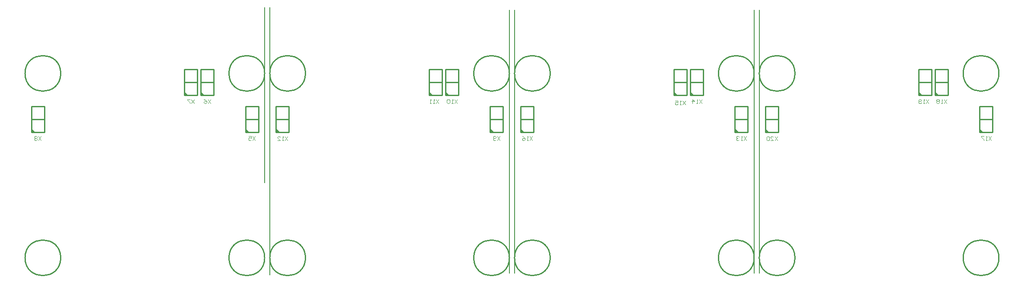
<source format=gbo>
G04*
G04 #@! TF.GenerationSoftware,Altium Limited,Altium Designer,21.6.4 (81)*
G04*
G04 Layer_Color=32896*
%FSLAX44Y44*%
%MOMM*%
G71*
G04*
G04 #@! TF.SameCoordinates,43C67DF6-979F-4C5B-9B03-454D23029C34*
G04*
G04*
G04 #@! TF.FilePolarity,Positive*
G04*
G01*
G75*
%ADD11C,0.2000*%
%ADD12C,0.2540*%
%ADD14C,0.1000*%
G36*
X20000Y-248100D02*
X12300Y-240400D01*
Y-248100D01*
X20000D01*
D02*
G37*
G36*
X320000Y-175600D02*
X312300Y-167900D01*
Y-175600D01*
X320000D01*
D02*
G37*
G36*
X352500Y-175600D02*
X344800Y-167900D01*
Y-175600D01*
X352500D01*
D02*
G37*
G36*
X440000Y-248100D02*
X432300Y-240400D01*
Y-248100D01*
X440000D01*
D02*
G37*
G36*
X500000D02*
X492300Y-240400D01*
Y-248100D01*
X500000D01*
D02*
G37*
G36*
X800000Y-175600D02*
X792300Y-167900D01*
Y-175600D01*
X800000D01*
D02*
G37*
G36*
X832500D02*
X824800Y-167900D01*
Y-175600D01*
X832500D01*
D02*
G37*
G36*
X920000Y-248100D02*
X912300Y-240400D01*
Y-248100D01*
X920000D01*
D02*
G37*
G36*
X980000D02*
X972300Y-240400D01*
Y-248100D01*
X980000D01*
D02*
G37*
G36*
X1280000Y-175600D02*
X1272300Y-167900D01*
Y-175600D01*
X1280000D01*
D02*
G37*
G36*
X1312500D02*
X1304800Y-167900D01*
Y-175600D01*
X1312500D01*
D02*
G37*
G36*
X1400000Y-248100D02*
X1392300Y-240400D01*
Y-248100D01*
X1400000D01*
D02*
G37*
G36*
X1460000Y-248100D02*
X1452300Y-240400D01*
Y-248100D01*
X1460000D01*
D02*
G37*
G36*
X1760000Y-175600D02*
X1752300Y-167900D01*
Y-175600D01*
X1760000D01*
D02*
G37*
G36*
X1792500D02*
X1784800Y-167900D01*
Y-175600D01*
X1792500D01*
D02*
G37*
G36*
X1880000Y-248100D02*
X1872300Y-240400D01*
Y-248100D01*
X1880000D01*
D02*
G37*
D11*
X470000Y-2286D02*
X470000Y-347500D01*
X1440000Y-7500D02*
X1440000Y-525000D01*
X1430000Y-7500D02*
X1430000Y-525000D01*
X960000Y-7500D02*
X960000Y-525000D01*
X950000Y-7500D02*
X950000Y-525000D01*
X480000Y-2286D02*
X480000Y-528066D01*
D12*
X70000Y-495000D02*
G03*
X70000Y-495000I-35000J0D01*
G01*
X70000Y-132500D02*
G03*
X70000Y-132500I-35000J0D01*
G01*
X470000Y-495000D02*
G03*
X470000Y-495000I-35000J0D01*
G01*
X470000Y-132500D02*
G03*
X470000Y-132500I-35000J0D01*
G01*
X550000Y-495000D02*
G03*
X550000Y-495000I-35000J0D01*
G01*
Y-132500D02*
G03*
X550000Y-132500I-35000J0D01*
G01*
X950000Y-495000D02*
G03*
X950000Y-495000I-35000J0D01*
G01*
Y-132500D02*
G03*
X950000Y-132500I-35000J0D01*
G01*
X1030000Y-495000D02*
G03*
X1030000Y-495000I-35000J0D01*
G01*
Y-132500D02*
G03*
X1030000Y-132500I-35000J0D01*
G01*
X1430000Y-495000D02*
G03*
X1430000Y-495000I-35000J0D01*
G01*
Y-132500D02*
G03*
X1430000Y-132500I-35000J0D01*
G01*
X1510000Y-495000D02*
G03*
X1510000Y-495000I-35000J0D01*
G01*
Y-132500D02*
G03*
X1510000Y-132500I-35000J0D01*
G01*
X1910000Y-495000D02*
G03*
X1910000Y-495000I-35000J0D01*
G01*
X1910000Y-132500D02*
G03*
X1910000Y-132500I-35000J0D01*
G01*
X1452300Y-248100D02*
X1477700D01*
X1452300D02*
Y-197300D01*
X1477700Y-248100D02*
Y-197300D01*
X1452500Y-222700D02*
X1477500D01*
X1452500Y-197300D02*
X1477500D01*
X1752300Y-175600D02*
X1777700D01*
X1752300D02*
Y-124800D01*
X1777700Y-175600D02*
Y-124800D01*
X1752500Y-150200D02*
X1777500D01*
X1752500Y-124800D02*
X1777500D01*
X1784800Y-175600D02*
X1810200D01*
X1784800D02*
Y-124800D01*
X1810200Y-175600D02*
Y-124800D01*
X1785000Y-150200D02*
X1810000D01*
X1785000Y-124800D02*
X1810000D01*
X1872300Y-248100D02*
X1897700D01*
X1872300D02*
Y-197300D01*
X1897700Y-248100D02*
Y-197300D01*
X1872500Y-222700D02*
X1897500D01*
X1872500Y-197300D02*
X1897500D01*
X972300Y-248100D02*
X997700D01*
X972300D02*
Y-197300D01*
X997700Y-248100D02*
Y-197300D01*
X972500Y-222700D02*
X997500D01*
X972500Y-197300D02*
X997500D01*
X1272300Y-175600D02*
X1297700D01*
X1272300D02*
Y-124800D01*
X1297700Y-175600D02*
Y-124800D01*
X1272500Y-150200D02*
X1297500D01*
X1272500Y-124800D02*
X1297500D01*
X1304800Y-175600D02*
X1330200D01*
X1304800D02*
Y-124800D01*
X1330200Y-175600D02*
Y-124800D01*
X1305000Y-150200D02*
X1330000D01*
X1305000Y-124800D02*
X1330000D01*
X1392300Y-248100D02*
X1417700D01*
X1392300D02*
Y-197300D01*
X1417700Y-248100D02*
Y-197300D01*
X1392500Y-222700D02*
X1417500D01*
X1392500Y-197300D02*
X1417500D01*
X492300Y-248100D02*
X517700D01*
X492300D02*
Y-197300D01*
X517700Y-248100D02*
Y-197300D01*
X492500Y-222700D02*
X517500D01*
X492500Y-197300D02*
X517500D01*
X792300Y-175600D02*
X817700D01*
X792300D02*
Y-124800D01*
X817700Y-175600D02*
Y-124800D01*
X792500Y-150200D02*
X817500D01*
X792500Y-124800D02*
X817500D01*
X824800Y-175600D02*
X850200D01*
X824800D02*
Y-124800D01*
X850200Y-175600D02*
Y-124800D01*
X825000Y-150200D02*
X850000D01*
X825000Y-124800D02*
X850000D01*
X912300Y-248100D02*
X937700D01*
X912300D02*
Y-197300D01*
X937700Y-248100D02*
Y-197300D01*
X912500Y-222700D02*
X937500D01*
X912500Y-197300D02*
X937500D01*
X312300Y-175600D02*
X337700D01*
X312300D02*
Y-124800D01*
X337700Y-175600D02*
Y-124800D01*
X312500Y-150200D02*
X337500D01*
X312500Y-124800D02*
X337500D01*
X344800Y-175600D02*
X370200D01*
X344800D02*
Y-124800D01*
X370200Y-175600D02*
Y-124800D01*
X345000Y-150200D02*
X370000D01*
X345000Y-124800D02*
X370000D01*
X432300Y-248100D02*
X457700D01*
X432300D02*
Y-197300D01*
X457700Y-248100D02*
Y-197300D01*
X432500Y-222700D02*
X457500D01*
X432500Y-197300D02*
X457500D01*
X12300Y-248100D02*
X37700D01*
X12300D02*
Y-197300D01*
X37700Y-248100D02*
Y-197300D01*
X12500Y-222700D02*
X37500D01*
X12500Y-197300D02*
X37500D01*
D14*
X514997Y-256401D02*
X509665Y-264399D01*
Y-256401D02*
X514997Y-264399D01*
X506999D02*
X504334D01*
X505667D01*
Y-256401D01*
X506999Y-257734D01*
X495003Y-264399D02*
X500335D01*
X495003Y-259067D01*
Y-257734D01*
X496336Y-256401D01*
X499002D01*
X500335Y-257734D01*
X811164Y-183501D02*
X805832Y-191499D01*
Y-183501D02*
X811164Y-191499D01*
X803166D02*
X800501D01*
X801833D01*
Y-183501D01*
X803166Y-184834D01*
X796502Y-191499D02*
X793836D01*
X795169D01*
Y-183501D01*
X796502Y-184834D01*
X847497Y-183501D02*
X842165Y-191499D01*
Y-183501D02*
X847497Y-191499D01*
X839499D02*
X836834D01*
X838166D01*
Y-183501D01*
X839499Y-184834D01*
X832835D02*
X831502Y-183501D01*
X828836D01*
X827503Y-184834D01*
Y-190166D01*
X828836Y-191499D01*
X831502D01*
X832835Y-190166D01*
Y-184834D01*
X931665Y-256001D02*
X926333Y-263999D01*
Y-256001D02*
X931665Y-263999D01*
X923667Y-262666D02*
X922334Y-263999D01*
X919668D01*
X918335Y-262666D01*
Y-257334D01*
X919668Y-256001D01*
X922334D01*
X923667Y-257334D01*
Y-258667D01*
X922334Y-260000D01*
X918335D01*
X31665Y-256001D02*
X26333Y-263999D01*
Y-256001D02*
X31665Y-263999D01*
X23667Y-257334D02*
X22334Y-256001D01*
X19668D01*
X18335Y-257334D01*
Y-258667D01*
X19668Y-260000D01*
X18335Y-261333D01*
Y-262666D01*
X19668Y-263999D01*
X22334D01*
X23667Y-262666D01*
Y-261333D01*
X22334Y-260000D01*
X23667Y-258667D01*
Y-257334D01*
X22334Y-260000D02*
X19668D01*
X331665Y-183501D02*
X326333Y-191499D01*
Y-183501D02*
X331665Y-191499D01*
X323667Y-183501D02*
X318335D01*
Y-184834D01*
X323667Y-190166D01*
Y-191499D01*
X364165Y-183501D02*
X358833Y-191499D01*
Y-183501D02*
X364165Y-191499D01*
X350835Y-183501D02*
X353501Y-184834D01*
X356167Y-187500D01*
Y-190166D01*
X354834Y-191499D01*
X352168D01*
X350835Y-190166D01*
Y-188833D01*
X352168Y-187500D01*
X356167D01*
X451665Y-256001D02*
X446333Y-263999D01*
Y-256001D02*
X451665Y-263999D01*
X438335Y-256001D02*
X443667D01*
Y-260000D01*
X441001Y-258667D01*
X439668D01*
X438335Y-260000D01*
Y-262666D01*
X439668Y-263999D01*
X442334D01*
X443667Y-262666D01*
X994997Y-256001D02*
X989665Y-263999D01*
Y-256001D02*
X994997Y-263999D01*
X986999D02*
X984334D01*
X985667D01*
Y-256001D01*
X986999Y-257334D01*
X975003Y-256001D02*
X977669Y-257334D01*
X980335Y-260000D01*
Y-262666D01*
X979002Y-263999D01*
X976336D01*
X975003Y-262666D01*
Y-261333D01*
X976336Y-260000D01*
X980335D01*
X1294997Y-186001D02*
X1289665Y-193999D01*
Y-186001D02*
X1294997Y-193999D01*
X1286999D02*
X1284334D01*
X1285666D01*
Y-186001D01*
X1286999Y-187334D01*
X1275003Y-186001D02*
X1280335D01*
Y-190000D01*
X1277669Y-188667D01*
X1276336D01*
X1275003Y-190000D01*
Y-192666D01*
X1276336Y-193999D01*
X1279002D01*
X1280335Y-192666D01*
X1327497Y-183501D02*
X1322165Y-191499D01*
Y-183501D02*
X1327497Y-191499D01*
X1319499D02*
X1316834D01*
X1318167D01*
Y-183501D01*
X1319499Y-184834D01*
X1308836Y-191499D02*
Y-183501D01*
X1312835Y-187500D01*
X1307503D01*
X1414997Y-256001D02*
X1409665Y-263999D01*
Y-256001D02*
X1414997Y-263999D01*
X1406999D02*
X1404334D01*
X1405667D01*
Y-256001D01*
X1406999Y-257334D01*
X1400335D02*
X1399002Y-256001D01*
X1396336D01*
X1395003Y-257334D01*
Y-258667D01*
X1396336Y-260000D01*
X1397669D01*
X1396336D01*
X1395003Y-261333D01*
Y-262666D01*
X1396336Y-263999D01*
X1399002D01*
X1400335Y-262666D01*
X1475663Y-256401D02*
X1470332Y-264399D01*
Y-256401D02*
X1475663Y-264399D01*
X1462334D02*
X1467666D01*
X1462334Y-259067D01*
Y-257734D01*
X1463667Y-256401D01*
X1466333D01*
X1467666Y-257734D01*
X1459668D02*
X1458336Y-256401D01*
X1455670D01*
X1454337Y-257734D01*
Y-263066D01*
X1455670Y-264399D01*
X1458336D01*
X1459668Y-263066D01*
Y-257734D01*
X1772497Y-183501D02*
X1767165Y-191499D01*
Y-183501D02*
X1772497Y-191499D01*
X1764499D02*
X1761834D01*
X1763167D01*
Y-183501D01*
X1764499Y-184834D01*
X1757835Y-190166D02*
X1756502Y-191499D01*
X1753836D01*
X1752503Y-190166D01*
Y-184834D01*
X1753836Y-183501D01*
X1756502D01*
X1757835Y-184834D01*
Y-186167D01*
X1756502Y-187500D01*
X1752503D01*
X1807497Y-183501D02*
X1802165Y-191499D01*
Y-183501D02*
X1807497Y-191499D01*
X1799499D02*
X1796834D01*
X1798167D01*
Y-183501D01*
X1799499Y-184834D01*
X1792835D02*
X1791502Y-183501D01*
X1788836D01*
X1787503Y-184834D01*
Y-186167D01*
X1788836Y-187500D01*
X1787503Y-188833D01*
Y-190166D01*
X1788836Y-191499D01*
X1791502D01*
X1792835Y-190166D01*
Y-188833D01*
X1791502Y-187500D01*
X1792835Y-186167D01*
Y-184834D01*
X1791502Y-187500D02*
X1788836D01*
X1894997Y-256001D02*
X1889665Y-263999D01*
Y-256001D02*
X1894997Y-263999D01*
X1886999D02*
X1884334D01*
X1885667D01*
Y-256001D01*
X1886999Y-257334D01*
X1880335Y-256001D02*
X1875003D01*
Y-257334D01*
X1880335Y-262666D01*
Y-263999D01*
M02*

</source>
